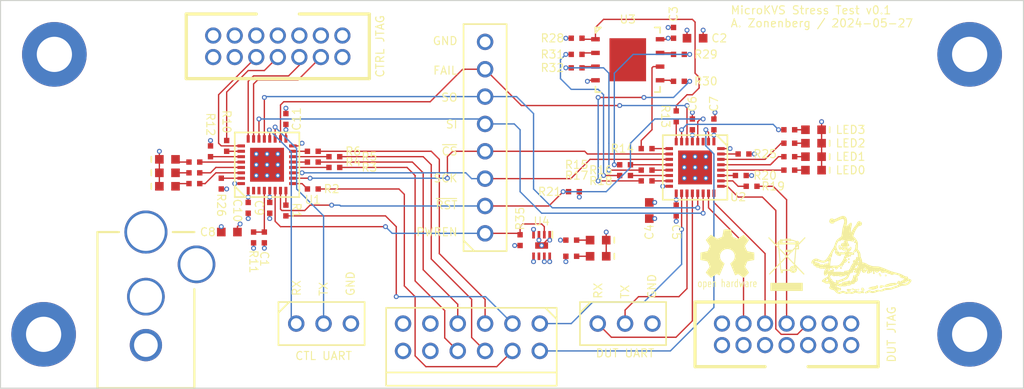
<source format=kicad_pcb>
(kicad_pcb (version 20240108) (generator "pcbnew") (generator_version "8.0")
  (layers (0 "F.Cu" signal) (1 "In1.Cu" signal) (2 "In2.Cu" signal) (31 "B.Cu" signal) (34 "B.Paste" user) (35 "F.Paste" user) (36 "B.SilkS" user "B.Silkscreen") (37 "F.SilkS" user "F.Silkscreen") (38 "B.Mask" user) (39 "F.Mask" user) (44 "Edge.Cuts" user))
  (net 0 "")
  (net 1 "/GND")
  (net 2 "/CTRL_RST_N")
  (net 3 "/3V3_DUT")
  (net 4 "/3V3")
  (net 5 "Net-(D1-A)")
  (net 6 "Net-(D2-A)")
  (net 7 "Net-(D3-A)")
  (net 8 "Net-(D4-A)")
  (net 9 "Net-(D5-A)")
  (net 10 "Net-(D6-A)")
  (net 11 "Net-(D7-A)")
  (net 12 "Net-(D8-A)")
  (net 13 "Net-(D9-A)")
  (net 15 "/CTRL_QSPI_CS#")
  (net 16 "/CTRL_QSPI_DQ0")
  (net 17 "/CTRL_QSPI_DQ2")
  (net 18 "/CTRL_QSPI_DQ3")
  (net 19 "/CTRL_QSPI_DQ1")
  (net 20 "/CTRL_QSPI_SCK")
  (net 22 "/CTRL_JTAG_TDO")
  (net 23 "/CTRL_JTAG_TCK")
  (net 24 "/CTRL_JTAG_TDI")
  (net 26 "/CTRL_JTAG_TMS")
  (net 29 "/DUT_JTAG_TCK")
  (net 31 "/DUT_JTAG_TDO")
  (net 32 "/DUT_JTAG_TMS")
  (net 34 "/DUT_JTAG_TDI")
  (net 41 "Net-(U1A-PA2)")
  (net 42 "Net-(U1A-PA3)")
  (net 43 "Net-(U1A-PA6)")
  (net 44 "Net-(U1A-PA7)")
  (net 45 "Net-(U1B-PB0)")
  (net 46 "Net-(U1B-PB1)")
  (net 47 "/CTRL_LED0")
  (net 48 "/CTRL_LED1")
  (net 49 "/CTRL_LED2")
  (net 50 "Net-(U1B-PB3)")
  (net 51 "/CTRL_JTAG_TRST")
  (net 52 "Net-(U2A-PA2)")
  (net 53 "/DUT_QSPI_CS#")
  (net 54 "/DUT_QSPI_SCK")
  (net 55 "Net-(U2A-PA3)")
  (net 56 "/DUT_QSPI_DQ3")
  (net 57 "Net-(U2A-PA6)")
  (net 58 "/DUT_QSPI_DQ2")
  (net 59 "Net-(U2A-PA7)")
  (net 60 "/DUT_QSPI_DQ1")
  (net 61 "Net-(U2B-PB0)")
  (net 62 "/DUT_QSPI_DQ0")
  (net 63 "Net-(U2B-PB1)")
  (net 64 "Net-(U2B-PB3)")
  (net 65 "/DUT_JTAG_TRST")
  (net 66 "/DUT_RST_N")
  (net 67 "/DUT_LED0")
  (net 68 "/DUT_LED1")
  (net 69 "/DUT_LED2")
  (net 70 "/DUT_BOOT0")
  (net 71 "/CTRL_BOOT0")
  (net 72 "/DUT_LED3")
  (net 73 "Net-(U3-HOLD#{slash}IO3)")
  (net 74 "Net-(U3-DI{slash}IO0)")
  (net 75 "Net-(U3-DO{slash}IO1)")
  (net 76 "Net-(U3-WP#{slash}IO2)")
  (net 77 "/DUT_PWREN")
  (net 78 "/CTRL_UART_RX")
  (net 79 "/CTRL_UART_TX")
  (net 80 "/CROSS_SPI_CS_N")
  (net 81 "/CROSS_SPI_MISO")
  (net 82 "/CROSS_FAILDET")
  (net 83 "/CROSS_SPI_MOSI")
  (net 84 "/CROSS_SPI_SCK")
  (net 85 "/DUT_UART_RX")
  (net 86 "/DUT_UART_TX")
  (net 91 "/DUT_GPIO1")
  (net 92 "/DUT_GPIO0")
  (footprint "azonenberg_pcb:EIA_0603_CAP_NOSILK" (layer "F.Cu") (at 97.5 38.5)
    (property "Reference" "C2")
    (property "Value" "4.7 uF" (hide yes))
  )
  (footprint "azonenberg_pcb:EIA_0402_RES_NOSILK" (layer "F.Cu") (at 86.5 38.5)
    (property "Reference" "R28")
    (property "Value" "4.7K" (hide yes))
  )
  (footprint "azonenberg_pcb:EIA_0402_RES_NOSILK" (layer "F.Cu") (at 91 51.25)
    (property "Reference" "R17")
    (property "Value" "33" (hide yes))
  )
  (footprint "azonenberg_pcb:EIA_0402_RES_NOSILK" (layer "F.Cu") (at 93 48.75)
    (property "Reference" "R14")
    (property "Value" "33" (hide yes))
  )
  (footprint "azonenberg_pcb:EIA_0402_RES_NOSILK" (layer "F.Cu") (at 52.5 49 -90)
    (property "Reference" "R12")
    (property "Value" "1K" (hide yes))
  )
  (footprint "azonenberg_pcb:MECHANICAL_CLEARANCEHOLE_4_40" (layer "F.Cu") (at 37 66)
    (property "Reference" "M2" (hide yes))
    (property "Value" "SCREWHOLE" (hide yes))
  )
  (footprint "azonenberg_pcb:EIA_0402_RES_NOSILK" (layer "F.Cu") (at 101.75 51.25 180)
    (property "Reference" "R20")
    (property "Value" "1K" (hide yes))
  )
  (footprint "azonenberg_pcb:EIA_0402_RES_NOSILK" (layer "F.Cu") (at 53.5 52 90)
    (property "Reference" "R26")
    (property "Value" "1K" (hide yes))
  )
  (footprint "azonenberg_pcb:EIA_0402_RES_NOSILK" (layer "F.Cu") (at 86.249999 52.75 180)
    (property "Reference" "R21")
    (property "Value" "1K" (hide yes))
  )
  (footprint "azonenberg_pcb:EIA_0402_RES_NOSILK" (layer "F.Cu") (at 86 57.25)
    (property "Reference" "R34" (hide yes))
    (property "Value" "470" (hide yes))
  )
  (footprint "azonenberg_pcb:EIA_0402_RES_NOSILK" (layer "F.Cu") (at 106.25 50.75)
    (property "Reference" "R22" (hide yes))
    (property "Value" "470" (hide yes))
  )
  (footprint "azonenberg_pcb:XILINX_JTAG_PTH_MOLEX_0878311420" (layer "F.Cu") (at 58.75 39.25 180)
    (property "Reference" "J3" (hide yes))
    (property "Value" "XILINX_JTAG" (hide yes))
  )
  (footprint "azonenberg_pcb:EIA_0402_CAP_NOSILK" (layer "F.Cu") (at 58 54.25 -90)
    (property "Reference" "C9")
    (property "Value" "0.47 uF" (hide yes))
  )
  (footprint "azonenberg_pcb:EIA_0402_CAP_NOSILK" (layer "F.Cu") (at 59.5 46 90)
    (property "Reference" "C11")
    (property "Value" "0.47 uF" (hide yes))
  )
  (footprint "azonenberg_pcb:CONN_HEADER_2.54MM_1x8" (layer "F.Cu") (at 78 47.730001 90)
    (property "Reference" "TP2" (hide yes))
    (property "Value" "CONN_01X08" (hide yes))
  )
  (footprint "azonenberg_pcb:EIA_0402_RES_NOSILK" (layer "F.Cu") (at 51 52 180)
    (property "Reference" "R9" (hide yes))
    (property "Value" "470" (hide yes))
  )
  (footprint "azonenberg_pcb:EIA_0603_CAP_NOSILK" (layer "F.Cu") (at 93.25 54.5 90)
    (property "Reference" "C4")
    (property "Value" "4.7 uF" (hide yes))
  )
  (footprint "azonenberg_pcb:QFN_32_0.5MM_5x5MM" (layer "F.Cu") (at 57.75 50.25 90)
    (property "Reference" "U1")
    (property "Value" "STM32L431-QFN32" (hide yes))
  )
  (footprint "azonenberg_pcb:EIA_0402_RES_NOSILK" (layer "F.Cu") (at 86.5 40)
    (property "Reference" "R31")
    (property "Value" "33" (hide yes))
  )
  (footprint "azonenberg_pcb:MECHANICAL_CLEARANCEHOLE_4_40" (layer "F.Cu") (at 123 40)
    (property "Reference" "M3" (hide yes))
    (property "Value" "SCREWHOLE" (hide yes))
  )
  (footprint "azonenberg_pcb:EIA_0402_RES_NOSILK" (layer "F.Cu") (at 106.25 49.5)
    (property "Reference" "R23" (hide yes))
    (property "Value" "470" (hide yes))
  )
  (footprint "azonenberg_pcb:EIA_0603_LED" (layer "F.Cu") (at 88.5 57.25 180)
    (property "Reference" "D9" (hide yes))
    (property "Value" "GREEN" (hide yes))
  )
  (footprint "azonenberg_pcb:MECHANICAL_CLEARANCEHOLE_4_40" (layer "F.Cu") (at 123 66)
    (property "Reference" "M4" (hide yes))
    (property "Value" "SCREWHOLE" (hide yes))
  )
  (footprint "azonenberg_pcb:EIA_0603_LED" (layer "F.Cu") (at 48.5 52.25)
    (property "Reference" "D3" (hide yes))
    (property "Value" "GREEN" (hide yes))
  )
  (footprint "azonenberg_pcb:DFN_8_0.5MM_2x2MM" (layer "F.Cu") (at 83.25 57.75 -90)
    (property "Reference" "U4")
    (property "Value" "NCP45521IMNTWG-H" (hide yes))
  )
  (footprint "azonenberg_pcb:EIA_0402_CAP_NOSILK" (layer "F.Cu") (at 95.75 54.5 -90)
    (property "Reference" "C5")
    (property "Value" "0.47 uF" (hide yes))
  )
  (footprint "azonenberg_pcb:EIA_0402_RES_NOSILK" (layer "F.Cu") (at 106.25 48.25)
    (property "Reference" "R24" (hide yes))
    (property "Value" "470" (hide yes))
  )
  (footprint "azonenberg_pcb:CONN_HEADER_2.54MM_2x6_RA_PMOD_HOST" (layer "F.Cu") (at 76.73 66.27)
    (property "Reference" "J2" (hide yes))
    (property "Value" "PMOD_HOST" (hide yes))
  )
  (footprint "azonenberg_pcb:EIA_0402_RES_NOSILK" (layer "F.Cu") (at 95.75 45.75 -90)
    (property "Reference" "R13")
    (property "Value" "33" (hide yes))
  )
  (footprint "azonenberg_pcb:EIA_0603_LED" (layer "F.Cu") (at 108.5 47 180)
    (property "Reference" "D7" (hide yes))
    (property "Value" "GREEN" (hide yes))
  )
  (footprint "azonenberg_pcb:EIA_0603_LED" (layer "F.Cu") (at 108.5 50.75 180)
    (property "Reference" "D4" (hide yes))
    (property "Value" "GREEN" (hide yes))
  )
  (footprint "azonenberg_pcb:EIA_0402_CAP_NOSILK" (layer "F.Cu") (at 57.5 57.000001 -90)
    (property "Reference" "C1")
    (property "Value" "0.1 uF" (hide yes))
  )
  (footprint "azonenberg_pcb:EIA_0402_RES_NOSILK" (layer "F.Cu") (at 81.25 57.25 90)
    (property "Reference" "R35")
    (property "Value" "1K" (hide yes))
  )
  (footprint "azonenberg_pcb:EIA_0402_RES_NOSILK" (layer "F.Cu") (at 93 50.75)
    (property "Reference" "R16")
    (property "Value" "33" (hide yes))
  )
  (footprint "azonenberg_pcb:EIA_0402_CAP_NOSILK" (layer "F.Cu") (at 99.25 46.5 90)
    (property "Reference" "C7")
    (property "Value" "0.47 uF" (hide yes))
  )
  (footprint "azonenberg_pcb:QFN_32_0.5MM_5x5MM" (layer "F.Cu") (at 97.5 50.5 -90)
    (property "Reference" "U2")
    (property "Value" "STM32L431-QFN32" (hide yes))
  )
  (footprint "azonenberg_pcb:EIA_0402_CAP_NOSILK" (layer "F.Cu") (at 56 54.25 -90)
    (property "Reference" "C10")
    (property "Value" "0.47 uF" (hide yes))
  )
  (footprint "azonenberg_pcb:XILINX_JTAG_PTH_MOLEX_0878311420" (layer "F.Cu") (at 106 66)
    (property "Reference" "J4" (hide yes))
    (property "Value" "XILINX_JTAG" (hide yes))
  )
  (footprint "azonenberg_pcb:CONN_CUI_PJ-058BH_HIPWR_BARREL_NOSLOT" (layer "F.Cu") (at 46.5 62.999999 90)
    (property "Reference" "J1" (hide yes))
    (property "Value" "BARREL_JACK" (hide yes))
  )
  (footprint "azonenberg_pcb:EIA_0603_LED" (layer "F.Cu") (at 48.5 49.75)
    (property "Reference" "D1" (hide yes))
    (property "Value" "GREEN" (hide yes))
  )
  (footprint "azonenberg_pcb:EIA_0402_CAP_NOSILK" (layer "F.Cu") (at 97.25 46.5 90)
    (property "Reference" "C6")
    (property "Value" "0.47 uF" (hide yes))
  )
  (footprint "azonenberg_pcb:EIA_0402_CAP_NOSILK" (layer "F.Cu") (at 95.5 38 90)
    (property "Reference" "C3")
    (property "Value" "0.47 uF" (hide yes))
  )
  (footprint "azonenberg_pcb:EIA_0402_RES_NOSILK" (layer "F.Cu") (at 106.25 47)
    (property "Reference" "R27" (hide yes))
    (property "Value" "470" (hide yes))
  )
  (footprint "azonenberg_pcb:EIA_0603_LED" (layer "F.Cu") (at 108.5 49.5 180)
    (property "Reference" "D5" (hide yes))
    (property "Value" "GREEN" (hide yes))
  )
  (footprint "azonenberg_pcb:EIA_0603_CAP_NOSILK" (layer "F.Cu") (at 54.25 56.5)
    (property "Reference" "C8")
    (property "Value" "4.7 uF" (hide yes))
  )
  (footprint "azonenberg_pcb:EIA_0402_RES_NOSILK" (layer "F.Cu") (at 102 49.25 180)
    (property "Reference" "R25")
    (property "Value" "1K" (hide yes))
  )
  (footprint "azonenberg_pcb:EIA_0402_RES_NOSILK" (layer "F.Cu") (at 96 40)
    (property "Reference" "R29")
    (property "Value" "33" (hide yes))
  )
  (footprint "azonenberg_pcb:EIA_0402_RES_NOSILK" (layer "F.Cu") (at 62 49 180)
    (property "Reference" "R6")
    (property "Value" "33" (hide yes))
  )
  (footprint "azonenberg_pcb:EIA_0402_RES_NOSILK" (layer "F.Cu") (at 64 50.5 180)
    (property "Reference" "R3")
    (property "Value" "33" (hide yes))
  )
  (footprint "azonenberg_pcb:EIA_0402_RES_NOSILK" (layer "F.Cu") (at 62 52.5 180)
    (property "Reference" "R2")
    (property "Value" "33" (hide yes))
  )
  (footprint "azonenberg_pcb:CONN_HEADER_2.54MM_1x3" (layer "F.Cu") (at 63 65)
    (property "Reference" "TP1" (hide yes))
    (property "Value" "CONN_01X03" (hide yes))
  )
  (footprint "azonenberg_pcb:LONGTHING-1200DPI" (layer "F.Cu") (at 113.5 59)
    (property "Reference" "M6" (hide yes))
    (property "Value" "LONGTHING" (hide yes))
  )
  (footprint "azonenberg_pcb:MECHANICAL_CLEARANCEHOLE_4_40" (layer "F.Cu") (at 38 40)
    (property "Reference" "M1" (hide yes))
    (property "Value" "SCREWHOLE" (hide yes))
  )
  (footprint "azonenberg_pcb:EIA_0402_RES_NOSILK" (layer "F.Cu") (at 59.5 54.5 90)
    (property "Reference" "R1")
    (property "Value" "33" (hide yes))
  )
  (footprint "azonenberg_pcb:EIA_0402_RES_NOSILK" (layer "F.Cu") (at 86 58.75)
    (property "Reference" "R33" (hide yes))
    (property "Value" "470" (hide yes))
  )
  (footprint "azonenberg_pcb:DFN_8_1.27MM_6x5MM" (layer "F.Cu") (at 91.25 40.5 -90)
    (property "Reference" "U3")
    (property "Value" "W25Q128JV" (hide yes))
  )
  (footprint "azonenberg_pcb:EIA_0402_RES_NOSILK" (layer "F.Cu") (at 86.5 41.25)
    (property "Reference" "R32")
    (property "Value" "33" (hide yes))
  )
  (footprint "azonenberg_pcb:EIA_0402_RES_NOSILK" (layer "F.Cu") (at 56.5 57.000001 90)
    (property "Reference" "R11")
    (property "Value" "DNP" (hide yes))
  )
  (footprint "azonenberg_pcb:EIA_0402_RES_NOSILK" (layer "F.Cu") (at 62.000001 50 180)
    (property "Reference" "R4")
    (property "Value" "33" (hide yes))
  )
  (footprint "azonenberg_pcb:EIA_0402_RES_NOSILK" (layer "F.Cu") (at 50.999999 51 180)
    (property "Reference" "R8" (hide yes))
    (property "Value" "470" (hide yes))
  )
  (footprint "azonenberg_pcb:EIA_0603_LED" (layer "F.Cu") (at 108.5 48.25 180)
    (property "Reference" "D6" (hide yes))
    (property "Value" "GREEN" (hide yes))
  )
  (footprint "azonenberg_pcb:EIA_0402_RES_NOSILK" (layer "F.Cu") (at 64.000001 49.5 180)
    (property "Reference" "R5")
    (property "Value" "33" (hide yes))
  )
  (footprint "azonenberg_pcb:EIA_0603_LED" (layer "F.Cu") (at 48.5 51)
    (property "Reference" "D2" (hide yes))
    (property "Value" "GREEN" (hide yes))
  )
  (footprint "azonenberg_pcb:EIA_0402_RES_NOSILK" (layer "F.Cu") (at 93 51.75)
    (property "Reference" "R18")
    (property "Value" "33" (hide yes))
  )
  (footprint "w_logo:Logo_silk_OSHW_6x6mm" (layer "F.Cu") (at 100.5 58.5)
    (property "Reference" "M5" (hide yes))
    (property "Value" "LOGO_OSHW" (hide yes))
  )
  (footprint "azonenberg_pcb:EIA_0402_RES_NOSILK" (layer "F.Cu") (at 51 50 180)
    (property "Reference" "R7" (hide yes))
    (property "Value" "470" (hide yes))
  )
  (footprint "w_logo:Logo_silk_WEEE_3.4x5mm" (layer "F.Cu") (at 106 59.5)
    (property "Reference" "M7" (hide yes))
    (property "Value" "LOGO_WEEE" (hide yes))
  )
  (footprint "azonenberg_pcb:EIA_0603_LED" (layer "F.Cu") (at 88.5 58.75 180)
    (property "Reference" "D8" (hide yes))
    (property "Value" "GREEN" (hide yes))
  )
  (footprint "azonenberg_pcb:EIA_0402_RES_NOSILK" (layer "F.Cu") (at 102.749999 52.25 180)
    (property "Reference" "R19")
    (property "Value" "33" (hide yes))
  )
  (footprint "azonenberg_pcb:CONN_HEADER_2.54MM_1x3" (layer "F.Cu") (at 91 65)
    (property "Reference" "TP3" (hide yes))
    (property "Value" "CONN_01X03" (hide yes))
  )
  (footprint "azonenberg_pcb:EIA_0402_RES_NOSILK" (layer "F.Cu") (at 54 48.499999 -90)
    (property "Reference" "R10")
    (property "Value" "33" (hide yes))
  )
  (footprint "azonenberg_pcb:EIA_0402_RES_NOSILK" (layer "F.Cu") (at 96 42.5)
    (property "Reference" "R30")
    (property "Value" "33" (hide yes))
  )
  (footprint "azonenberg_pcb:EIA_0402_RES_NOSILK" (layer "F.Cu") (at 91 50.25)
    (property "Reference" "R15")
    (property "Value" "33" (hide yes))
  )
  (gr_line (start 33 35) (end 33 71) (stroke (width 0.1)) (layer "Edge.Cuts"))
  (gr_line (start 33 71) (end 128 71) (stroke (width 0.1)) (layer "Edge.Cuts"))
  (gr_line (start 128 35) (end 33 35) (stroke (width 0.1)) (layer "Edge.Cuts"))
  (gr_line (start 128 71) (end 128 35) (stroke (width 0.1)) (layer "Edge.Cuts"))
  (gr_text "PWREN" (at 75.5 56.5 0) (layer "F.SilkS") (effects (font (size 0.75 0.75) (thickness 0.1)) (justify right)))
  (gr_text "~{RST}" (at 75.5 54 0) (layer "F.SilkS") (effects (font (size 0.75 0.75) (thickness 0.1)) (justify right)))
  (gr_text "CTRL JTAG" (at 68.25 39.25 90) (layer "F.SilkS") (effects (font (size 0.75 0.75) (thickness 0.1))))
  (gr_text "LED2" (at 110.5 48.25 0) (layer "F.SilkS") (effects (font (size 0.75 0.75) (thickness 0.1)) (justify left)))
  (gr_text "TX" (at 63 62.5 90) (layer "F.SilkS") (effects (font (size 0.75 0.75) (thickness 0.1)) (justify left)))
  (gr_text "TX" (at 91 62.75 90) (layer "F.SilkS") (effects (font (size 0.75 0.75) (thickness 0.1)) (justify left)))
  (gr_text "FAIL" (at 75.5 41.5 0) (layer "F.SilkS") (effects (font (size 0.75 0.75) (thickness 0.1)) (justify right)))
  (gr_text "CTL UART" (at 63 68 0) (layer "F.SilkS") (effects (font (size 0.75 0.75) (thickness 0.1))))
  (gr_text "RX" (at 88.5 62.75 90) (layer "F.SilkS") (effects (font (size 0.75 0.75) (thickness 0.1)) (justify left)))
  (gr_text "SO" (at 75.5 44 0) (layer "F.SilkS") (effects (font (size 0.75 0.75) (thickness 0.1)) (justify right)))
  (gr_text "SCK" (at 75.5 51.5 0) (layer "F.SilkS") (effects (font (size 0.75 0.75) (thickness 0.1)) (justify right)))
  (gr_text "LED0" (at 110.5 50.75 0) (layer "F.SilkS") (effects (font (size 0.75 0.75) (thickness 0.1)) (justify left)))
  (gr_text "MicroKVS Stress Test v0.1\nA. Zonenberg / 2024-05-27" (at 100.75 36.5 0) (layer "F.SilkS") (effects (font (size 0.75 0.75) (thickness 0.1)) (justify left)))
  (gr_text "DUT JTAG" (at 115.75 66 90) (layer "F.SilkS") (effects (font (size 0.75 0.75) (thickness 0.1))))
  (gr_text "SI" (at 75.5 46.5 0) (layer "F.SilkS") (effects (font (size 0.75 0.75) (thickness 0.1)) (justify right)))
  (gr_text "GND" (at 93.5 62.75 90) (layer "F.SilkS") (effects (font (size 0.75 0.75) (thickness 0.1)) (justify left)))
  (gr_text "~{CS}" (at 75.5 49 0) (layer "F.SilkS") (effects (font (size 0.75 0.75) (thickness 0.1)) (justify right)))
  (gr_text "LED1" (at 110.5 49.5 0) (layer "F.SilkS") (effects (font (size 0.75 0.75) (thickness 0.1)) (justify left)))
  (gr_text "GND" (at 65.5 62.5 90) (layer "F.SilkS") (effects (font (size 0.75 0.75) (thickness 0.1)) (justify left)))
  (gr_text "DUT UART" (at 91 67.75 0) (layer "F.SilkS") (effects (font (size 0.75 0.75) (thickness 0.1))))
  (gr_text "GND" (at 75.5 38.75 0) (layer "F.SilkS") (effects (font (size 0.75 0.75) (thickness 0.1)) (justify right)))
  (gr_text "RX" (at 60.5 62.5 90) (layer "F.SilkS") (effects (font (size 0.75 0.75) (thickness 0.1)) (justify left)))
  (gr_text "LED3" (at 110.5 47 0) (layer "F.SilkS") (effects (font (size 0.75 0.75) (thickness 0.1)) (justify left)))
  (segment (start 89.25 57.25) (end 89.25 58.75) (width 0.125) (layer "F.Cu") (net 1))
  (segment (start 95.2 52.25) (end 94.5 52.25) (width 0.125) (layer "F.Cu") (net 1))
  (segment (start 55.35 52) (end 54.75 52) (width 0.125) (layer "F.Cu") (net 1))
  (segment (start 53.5 52.499999) (end 53.999999 52.499999) (width 0.125) (layer "F.Cu") (net 1))
  (segment (start 57.5 57.5) (end 57.5 58.000001) (width 0.125) (layer "F.Cu") (net 1))
  (segment (start 95.75 55.5) (end 95.75 54.999999) (width 0.125) (layer "F.Cu") (net 1))
  (segment (start 56 54.749999) (end 56 55.25) (width 0.125) (layer "F.Cu") (net 1))
  (segment (start 60.15 48.5) (end 60.75 48.5) (width 0.125) (layer "F.Cu") (net 1))
  (segment (start 98.25 38.5) (end 98.25 37.75) (width 0.125) (layer "F.Cu") (net 1))
  (segment (start 82.5 56.75) (end 82.5 56.25) (width 0.125) (layer "F.Cu") (net 1))
  (segment (start 97.25 45.900001) (end 97.25 45.4) (width 0.125) (layer "F.Cu") (net 1))
  (segment (start 95.15 52.2) (end 95.175 52.175) (width 0.125) (layer "F.Cu") (net 1))
  (segment (start 109.25 47) (end 109.25 46.25) (width 0.125) (layer "F.Cu") (net 1))
  (segment (start 47.75 52.25) (end 47.75 49.75) (width 0.125) (layer "F.Cu") (net 1))
  (segment (start 95.000001 37.500001) (end 95 37.5) (width 0.125) (layer "F.Cu") (net 1))
  (segment (start 102.499999 49.25) (end 103 49.25) (width 0.125) (layer "F.Cu") (net 1))
  (segment (start 53.999999 52.499999) (end 54 52.5) (width 0.125) (layer "F.Cu") (net 1))
  (segment (start 93.25 53.75) (end 93.75 53.75) (width 0.125) (layer "F.Cu") (net 1))
  (segment (start 95.5 37.500001) (end 95.000001 37.500001) (width 0.125) (layer "F.Cu") (net 1))
  (segment (start 55 56) (end 55.25 55.75) (width 0.125) (layer "F.Cu") (net 1))
  (segment (start 89.25 57.25) (end 89.25 56.5) (width 0.125) (layer "F.Cu") (net 1))
  (segment (start 55 56.5) (end 55 56) (width 0.125) (layer "F.Cu") (net 1))
  (segment (start 87.595 42.405) (end 87.5 42.5) (width 0.125) (layer "F.Cu") (net 1))
  (segment (start 47.75 49.75) (end 47.75 49) (width 0.125) (layer "F.Cu") (net 1))
  (segment (start 58 54.749999) (end 58 55.25) (width 0.125) (layer "F.Cu") (net 1))
  (segment (start 88.25 42.405) (end 87.595 42.405) (width 0.125) (layer "F.Cu") (net 1))
  (segment (start 109.25 47) (end 109.25 50.75) (width 0.125) (layer "F.Cu") (net 1))
  (segment (start 59.5 45.500001) (end 59.5 45) (width 0.125) (layer "F.Cu") (net 1))
  (segment (start 100 48.75) (end 100.75 48.75) (width 0.125) (layer "F.Cu") (net 1))
  (segment (start 60.75 48.5) (end 61 48.25) (width 0.125) (layer "F.Cu") (net 1))
  (segment (start 99.35 45.900001) (end 99.35 45.4) (width 0.125) (layer "F.Cu") (net 1))
  (via (at 98.25 37.75) (size 0.45) (drill 0.25) (layers "F.Cu" "B.Cu") (net 1))
  (via (at 103 49.25) (size 0.45) (drill 0.25) (layers "F.Cu" "B.Cu") (net 1))
  (via (at 96.5 51.5) (size 0.45) (drill 0.25) (layers "F.Cu" "B.Cu") (net 1))
  (via (at 58.75 51.25) (size 0.45) (drill 0.25) (layers "F.Cu" "B.Cu") (net 1))
  (via (at 97.5 49.5) (size 0.45) (drill 0.25) (layers "F.Cu" "B.Cu") (net 1))
  (via (at 55.25 55.75) (size 0.45) (drill 0.25) (layers "F.Cu" "B.Cu") (net 1))
  (via (at 56.75 50.25) (size 0.45) (drill 0.25) (layers "F.Cu" "B.Cu") (net 1))
  (via (at 57.75 51.25) (size 0.45) (drill 0.25) (layers "F.Cu" "B.Cu") (net 1))
  (via (at 58.75 49.25) (size 0.45) (drill 0.25) (layers "F.Cu" "B.Cu") (net 1))
  (via (at 98.5 51.5) (size 0.45) (drill 0.25) (layers "F.Cu" "B.Cu") (net 1))
  (via (at 58 55.25) (size 0.45) (drill 0.25) (layers "F.Cu" "B.Cu") (net 1))
  (via (at 56.75 49.25) (size 0.45) (drill 0.25) (layers "F.Cu" "B.Cu") (net 1))
  (via (at 87.5 42.5) (size 0.45) (drill 0.25) (layers "F.Cu" "B.Cu") (net 1))
  (via (at 99.35 45.4) (size 0.45) (drill 0.25) (layers "F.Cu" "B.Cu") (net 1))
  (via (at 61 48.25) (size 0.45) (drill 0.25) (layers "F.Cu" "B.Cu") (net 1))
  (via (at 95.75 55.5) (size 0.45) (drill 0.25) (layers "F.Cu" "B.Cu") (net 1))
  (via (at 54 52.5) (size 0.45) (drill 0.25) (layers "F.Cu" "B.Cu") (net 1))
  (via (at 56 55.25) (size 0.45) (drill 0.25) (layers "F.Cu" "B.Cu") (net 1))
  (via (at 96.5 50.5) (size 0.45) (drill 0.25) (layers "F.Cu" "B.Cu") (net 1))
  (via (at 97.25 45.4) (size 0.45) (drill 0.25) (layers "F.Cu" "B.Cu") (net 1))
  (via (at 94.5 52.25) (size 0.45) (drill 0.25) (layers "F.Cu" "B.Cu") (net 1))
  (via (at 98.5 49.5) (size 0.45) (drill 0.25) (layers "F.Cu" "B.Cu") (net 1))
  (via (at 54.75 52) (size 0.45) (drill 0.25) (layers "F.Cu" "B.Cu") (net 1))
  (via (at 56.75 51.25) (size 0.45) (drill 0.25) (layers "F.Cu" "B.Cu") (net 1))
  (via (at 93.75 53.75) (size 0.45) (drill 0.25) (layers "F.Cu" "B.Cu") (net 1))
  (via (at 98.5 50.5) (size 0.45) (drill 0.25) (layers "F.Cu" "B.Cu") (net 1))
  (via (at 100.75 48.75) (size 0.45) (drill 0.25) (layers "F.Cu" "B.Cu") (net 1))
  (via (at 95 37.5) (size 0.45) (drill 0.25) (layers "F.Cu" "B.Cu") (net 1))
  (via (at 97.5 51.5) (size 0.45) (drill 0.25) (layers "F.Cu" "B.Cu") (net 1))
  (via (at 57.75 49.25) (size 0.45) (drill 0.25) (layers "F.Cu" "B.Cu") (net 1))
  (via (at 47.75 49) (size 0.45) (drill 0.25) (layers "F.Cu" "B.Cu") (net 1))
  (via (at 109.25 46.25) (size 0.45) (drill 0.25) (layers "F.Cu" "B.Cu") (net 1))
  (via (at 96.5 49.5) (size 0.45) (drill 0.25) (layers "F.Cu" "B.Cu") (net 1))
  (via (at 89.25 56.5) (size 0.45) (drill 0.25) (layers "F.Cu" "B.Cu") (net 1))
  (via (at 57.75 50.25) (size 0.45) (drill 0.25) (layers "F.Cu" "B.Cu") (net 1))
  (via (at 58.75 50.25) (size 0.45) (drill 0.25) (layers "F.Cu" "B.Cu") (net 1))
  (via (at 59.5 45) (size 0.45) (drill 0.25) (layers "F.Cu" "B.Cu") (net 1))
  (via (at 82.5 56.25) (size 0.45) (drill 0.25) (layers "F.Cu" "B.Cu") (net 1))
  (via (at 97.5 50.5) (size 0.45) (drill 0.25) (layers "F.Cu" "B.Cu") (net 1))
  (via (at 57.5 58.000001) (size 0.45) (drill 0.25) (layers "F.Cu" "B.Cu") (net 1))
  (segment (start 56.5 56.500002) (end 57.5 56.500002) (width 0.125) (layer "F.Cu") (net 2))
  (segment (start 57.5 52.65) (end 57.5 56.500002) (width 0.125) (layer "F.Cu") (net 2))
  (segment (start 85.5 58.75) (end 85.5 59.25) (width 0.125) (layer "F.Cu") (net 3))
  (segment (start 99.25 47.4) (end 99.25 47.5) (width 0.125) (layer "F.Cu") (net 3))
  (segment (start 97.25 47.4) (end 97.25 46.899999) (width 0.125) (layer "F.Cu") (net 3))
  (segment (start 102.249999 51.25) (end 102.75 51.25) (width 0.125) (layer "F.Cu") (net 3))
  (segment (start 83.5 58.75) (end 83.5 59.25) (width 0.125) (layer "F.Cu") (net 3))
  (segment (start 84 58.75) (end 84 59.25) (width 0.125) (layer "F.Cu") (net 3))
  (segment (start 86 38.5) (end 85.5 38.5) (width 0.125) (layer "F.Cu") (net 3))
  (segment (start 95.75 54.000001) (end 95.75 53.5) (width 0.125) (layer "F.Cu") (net 3))
  (segment (start 95.5 38.499999) (end 95.000001 38.499999) (width 0.125) (layer "F.Cu") (net 3))
  (segment (start 93.25 55.25) (end 93.75 55.25) (width 0.125) (layer "F.Cu") (net 3))
  (segment (start 86.749998 52.75) (end 86.749998 53.249998) (width 0.125) (layer "F.Cu") (net 3))
  (segment (start 96.75 38.5) (end 96.75 37.75) (width 0.125) (layer "F.Cu") (net 3))
  (segment (start 99.25 47.5) (end 99.25 48.1) (width 0.125) (layer "F.Cu") (net 3))
  (segment (start 99.25 46.999999) (end 99.25 47.4) (width 0.125) (layer "F.Cu") (net 3))
  (segment (start 82.5 58.75) (end 82.5 59.25) (width 0.125) (layer "F.Cu") (net 3))
  (segment (start 86.749998 53.249998) (end 86.75 53.25) (width 0.125) (layer "F.Cu") (net 3))
  (segment (start 94.25 38.595) (end 94.905 38.595) (width 0.125) (layer "F.Cu") (net 3))
  (segment (start 97.25 47.4) (end 97.25 48) (width 0.125) (layer "F.Cu") (net 3))
  (segment (start 94.905 38.595) (end 95 38.5) (width 0.125) (layer "F.Cu") (net 3))
  (segment (start 95.000001 38.499999) (end 95 38.5) (width 0.125) (layer "F.Cu") (net 3))
  (segment (start 97.25 48) (end 97.275 48.025) (width 0.125) (layer "F.Cu") (net 3))
  (segment (start 95.75 52.9) (end 95.75 53.5) (width 0.125) (layer "F.Cu") (net 3))
  (via (at 97.25 47.5) (size 0.45) (drill 0.25) (layers "F.Cu" "B.Cu") (net 3))
  (via (at 96.75 37.75) (size 0.45) (drill 0.25) (layers "F.Cu" "B.Cu") (net 3))
  (via (at 102.75 51.25) (size 0.45) (drill 0.25) (layers "F.Cu" "B.Cu") (net 3))
  (via (at 95 38.5) (size 0.45) (drill 0.25) (layers "F.Cu" "B.Cu") (net 3))
  (via (at 95.75 53.5) (size 0.45) (drill 0.25) (layers "F.Cu" "B.Cu") (net 3))
  (via (at 84 59.25) (size 0.45) (drill 0.25) (layers "F.Cu" "B.Cu") (net 3))
  (via (at 99.25 47.5) (size 0.45) (drill 0.25) (layers "F.Cu" "B.Cu") (net 3))
  (via (at 86.75 53.25) (size 0.45) (drill 0.25) (layers "F.Cu" "B.Cu") (net 3))
  (via (at 85.5 59.25) (size 0.45) (drill 0.25) (layers "F.Cu" "B.Cu") (net 3))
  (via (at 93.75 55.25) (size 0.45) (drill 0.25) (layers "F.Cu" "B.Cu") (net 3))
  (via (at 82.5 59.25) (size 0.45) (drill 0.25) (layers "F.Cu" "B.Cu") (net 3))
  (via (at 85.5 38.5) (size 0.45) (drill 0.25) (layers "F.Cu" "B.Cu") (net 3))
  (via (at 83.5 59.25) (size 0.45) (drill 0.25) (layers "F.Cu" "B.Cu") (net 3))
  (segment (start 81.25 57.749999) (end 80.750001 57.749999) (width 0.125) (layer "F.Cu") (net 4))
  (segment (start 59.5 47.85) (end 59.5 47) (width 0.125) (layer "F.Cu") (net 4))
  (segment (start 85.5 57.25) (end 85 57.25) (width 0.125) (layer "F.Cu") (net 4))
  (segment (start 80.750001 57.749999) (end 80.75 57.75) (width 0.125) (layer "F.Cu") (net 4))
  (segment (start 84 56.75) (end 84 57.25) (width 0.125) (layer "F.Cu") (net 4))
  (segment (start 83 56.75) (end 83 57.25) (width 0.125) (layer "F.Cu") (net 4))
  (segment (start 83.75 57.25) (end 83.25 57.75) (width 0.125) (layer "F.Cu") (net 4))
  (segment (start 53.5 56.5) (end 53.5 56) (width 0.125) (layer "F.Cu") (net 4))
  (segment (start 58 53.750001) (end 58 53.25) (width 0.125) (layer "F.Cu") (net 4))
  (segment (start 58 52.65) (end 58 53.25) (width 0.125) (layer "F.Cu") (net 4))
  (segment (start 52.5 48.500001) (end 52.5 48) (width 0.125) (layer "F.Cu") (net 4))
  (segment (start 56.5 57.5) (end 56.5 58.000001) (width 0.125) (layer "F.Cu") (net 4))
  (segment (start 56 53.25) (end 56 53.750001) (width 0.125) (layer "F.Cu") (net 4))
  (segment (start 59.5 46.499999) (end 59.5 47) (width 0.125) (layer "F.Cu") (net 4))
  (segment (start 84 57.25) (end 83.75 57.25) (width 0.125) (layer "F.Cu") (net 4))
  (segment (start 56 53.25) (end 56 52.65) (width 0.125) (layer "F.Cu") (net 4))
  (via (at 80.75 57.75) (size 0.45) (drill 0.25) (layers "F.Cu" "B.Cu") (net 4))
  (via (at 83 57.25) (size 0.45) (drill 0.25) (layers "F.Cu" "B.Cu") (net 4))
  (via (at 58 53.25) (size 0.45) (drill 0.25) (layers "F.Cu" "B.Cu") (net 4))
  (via (at 52.5 48) (size 0.45) (drill 0.25) (layers "F.Cu" "B.Cu") (net 4))
  (via (at 53.5 56) (size 0.45) (drill 0.25) (layers "F.Cu" "B.Cu") (net 4))
  (via (at 56 53.25) (size 0.45) (drill 0.25) (layers "F.Cu" "B.Cu") (net 4))
  (via (at 83.25 57.75) (size 0.45) (drill 0.25) (layers "F.Cu" "B.Cu") (net 4))
  (via (at 59.5 47) (size 0.45) (drill 0.25) (layers "F.Cu" "B.Cu") (net 4))
  (via (at 84 57.25) (size 0.45) (drill 0.25) (layers "F.Cu" "B.Cu") (net 4))
  (via (at 85 57.25) (size 0.45) (drill 0.25) (layers "F.Cu" "B.Cu") (net 4))
  (via (at 56.5 58.000001) (size 0.45) (drill 0.25) (layers "F.Cu" "B.Cu") (net 4))
  (segment (start 49.5 50) (end 49.25 49.75) (width 0.125) (layer "F.Cu") (net 5))
  (segment (start 50.500001 50) (end 49.5 50) (width 0.125) (layer "F.Cu") (net 5))
  (segment (start 50.5 51) (end 49.25 51) (width 0.125) (layer "F.Cu") (net 6))
  (segment (start 49.5 52) (end 49.25 52.25) (width 0.125) (layer "F.Cu") (net 7))
  (segment (start 50.500001 52) (end 49.5 52) (width 0.125) (layer "F.Cu") (net 7))
  (segment (start 107.75 50.75) (end 106.75 50.75) (width 0.125) (layer "F.Cu") (net 8))
  (segment (start 106.75 49.5) (end 107.75 49.5) (width 0.125) (layer "F.Cu") (net 9))
  (segment (start 107.75 48.25) (end 106.75 48.25) (width 0.125) (layer "F.Cu") (net 10))
  (segment (start 106.75 47) (end 107.75 47) (width 0.125) (layer "F.Cu") (net 11))
  (segment (start 86.5 58.75) (end 87.75 58.75) (width 0.125) (layer "F.Cu") (net 12))
  (segment (start 87.75 57.25) (end 86.5 57.25) (width 0.125) (layer "F.Cu") (net 13))
  (segment (start 68.749999 54.999999) (end 69.75 56) (width 0.125) (layer "F.Cu") (net 15))
  (segment (start 59.5 54.999999) (end 68.749999 54.999999) (width 0.125) (layer "F.Cu") (net 15))
  (segment (start 69.75 56) (end 69.75 62.5) (width 0.125) (layer "F.Cu") (net 15))
  (via (at 69.75 62.5) (size 0.45) (drill 0.25) (layers "F.Cu" "B.Cu") (net 15))
  (segment (start 69.75 62.5) (end 78.04 62.5) (width 0.125) (layer "B.Cu") (net 15))
  (segment (start 78.04 62.5) (end 80.54 65) (width 0.125) (layer "B.Cu") (net 15))
  (segment (start 62.499999 49) (end 73 49) (width 0.125) (layer "F.Cu") (net 16))
  (segment (start 78 62.75) (end 78 65) (width 0.125) (layer "F.Cu") (net 16))
  (segment (start 73.75 58.5) (end 78 62.75) (width 0.125) (layer "F.Cu") (net 16))
  (segment (start 73 49) (end 73.75 49.75) (width 0.125) (layer "F.Cu") (net 16))
  (segment (start 73.75 49.75) (end 73.75 58.5) (width 0.125) (layer "F.Cu") (net 16))
  (segment (start 75.46 65) (end 75.46 63.21) (width 0.125) (layer "F.Cu") (net 17))
  (segment (start 72.25 51) (end 71.25 50) (width 0.125) (layer "F.Cu") (net 17))
  (segment (start 71.25 50) (end 62.5 50) (width 0.125) (layer "F.Cu") (net 17))
  (segment (start 75.46 63.21) (end 72.25 60) (width 0.125) (layer "F.Cu") (net 17))
  (segment (start 72.25 60) (end 72.25 51) (width 0.125) (layer "F.Cu") (net 17))
  (segment (start 71.5 61.04) (end 74.25 63.79) (width 0.125) (layer "F.Cu") (net 18))
  (segment (start 74.25 63.79) (end 74.25 66.33) (width 0.125) (layer "F.Cu") (net 18))
  (segment (start 70.75 50.5) (end 71.5 51.25) (width 0.125) (layer "F.Cu") (net 18))
  (segment (start 74.25 66.33) (end 75.46 67.54) (width 0.125) (layer "F.Cu") (net 18))
  (segment (start 64.499999 50.5) (end 70.75 50.5) (width 0.125) (layer "F.Cu") (net 18))
  (segment (start 71.5 51.25) (end 71.5 61.04) (width 0.125) (layer "F.Cu") (net 18))
  (segment (start 73 59) (end 76.75 62.75) (width 0.125) (layer "F.Cu") (net 19))
  (segment (start 64.5 49.5) (end 72.25 49.5) (width 0.125) (layer "F.Cu") (net 19))
  (segment (start 76.75 66.29) (end 78 67.54) (width 0.125) (layer "F.Cu") (net 19))
  (segment (start 72.25 49.5) (end 73 50.25) (width 0.125) (layer "F.Cu") (net 19))
  (segment (start 73 50.25) (end 73 59) (width 0.125) (layer "F.Cu") (net 19))
  (segment (start 76.75 62.75) (end 76.75 66.29) (width 0.125) (layer "F.Cu") (net 19))
  (segment (start 70.5 53) (end 70.5 61.5) (width 0.125) (layer "F.Cu") (net 20))
  (segment (start 70 52.5) (end 70.5 53) (width 0.125) (layer "F.Cu") (net 20))
  (segment (start 71.5 62.5) (end 71.5 68) (width 0.125) (layer "F.Cu") (net 20))
  (segment (start 79.08 69) (end 80.54 67.54) (width 0.125) (layer "F.Cu") (net 20))
  (segment (start 72.5 69) (end 79.08 69) (width 0.125) (layer "F.Cu") (net 20))
  (segment (start 71.5 68) (end 72.5 69) (width 0.125) (layer "F.Cu") (net 20))
  (segment (start 70.5 61.5) (end 71.5 62.5) (width 0.125) (layer "F.Cu") (net 20))
  (segment (start 62.499999 52.5) (end 70 52.5) (width 0.125) (layer "F.Cu") (net 20))
  (segment (start 54 43.5) (end 56 41.5) (width 0.125) (layer "F.Cu") (net 22))
  (segment (start 57.5 41.5) (end 58.75 40.25) (width 0.125) (layer "F.Cu") (net 22))
  (segment (start 56 41.5) (end 57.5 41.5) (width 0.125) (layer "F.Cu") (net 22))
  (segment (start 54 48) (end 54 43.5) (width 0.125) (layer "F.Cu") (net 22))
  (segment (start 56.5 42) (end 59.75 42) (width 0.125) (layer "F.Cu") (net 23))
  (segment (start 59.75 42) (end 60.75 41) (width 0.125) (layer "F.Cu") (net 23))
  (segment (start 56 42.5) (end 56.5 42) (width 0.125) (layer "F.Cu") (net 23))
  (segment (start 60.75 41) (end 60.75 40.25) (width 0.125) (layer "F.Cu") (net 23))
  (segment (start 56 47.85) (end 56 42.5) (width 0.125) (layer "F.Cu") (net 23))
  (segment (start 53.5 48.5) (end 53.25 48.25) (width 0.125) (layer "F.Cu") (net 24))
  (segment (start 53.25 43.75) (end 56.75 40.25) (width 0.125) (layer "F.Cu") (net 24))
  (segment (start 53.25 48.25) (end 53.25 43.75) (width 0.125) (layer "F.Cu") (net 24))
  (segment (start 55.35 48.5) (end 53.5 48.5) (width 0.125) (layer "F.Cu") (net 24))
  (segment (start 56.5 42.75) (end 56.875 42.375) (width 0.125) (layer "F.Cu") (net 26))
  (segment (start 60.625 42.375) (end 62.75 40.25) (width 0.125) (layer "F.Cu") (net 26))
  (segment (start 56.5 47.85) (end 56.5 42.75) (width 0.125) (layer "F.Cu") (net 26))
  (segment (start 56.875 42.375) (end 60.625 42.375) (width 0.125) (layer "F.Cu") (net 26))
  (segment (start 99.25 52.9) (end 99.25 53.75) (width 0.125) (layer "F.Cu") (net 29))
  (segment (start 104 58.5) (end 104 65) (width 0.125) (layer "F.Cu") (net 29))
  (segment (start 99.25 53.75) (end 104 58.5) (width 0.125) (layer "F.Cu") (net 29))
  (segment (start 106 65) (end 106 53.5) (width 0.125) (layer "F.Cu") (net 31))
  (segment (start 104.75 52.25) (end 103.249998 52.25) (width 0.125) (layer "F.Cu") (net 31))
  (segment (start 106 53.5) (end 104.75 52.25) (width 0.125) (layer "F.Cu") (net 31))
  (segment (start 98.75 54.25) (end 102 57.5) (width 0.125) (layer "F.Cu") (net 32))
  (segment (start 98.75 52.9) (end 98.75 54.25) (width 0.125) (layer "F.Cu") (net 32))
  (segment (start 102 57.5) (end 102 65) (width 0.125) (layer "F.Cu") (net 32))
  (segment (start 105 54.5) (end 105 65.5) (width 0.125) (layer "F.Cu") (net 34))
  (segment (start 101.5 53.25) (end 103.75 53.25) (width 0.125) (layer "F.Cu") (net 34))
  (segment (start 99.9 52.25) (end 100.5 52.25) (width 0.125) (layer "F.Cu") (net 34))
  (segment (start 103.75 53.25) (end 105 54.5) (width 0.125) (layer "F.Cu") (net 34))
  (segment (start 107 66) (end 108 65) (width 0.125) (layer "F.Cu") (net 34))
  (segment (start 105 65.5) (end 105.5 66) (width 0.125) (layer "F.Cu") (net 34))
  (segment (start 100.5 52.25) (end 101.5 53.25) (width 0.125) (layer "F.Cu") (net 34))
  (segment (start 105.5 66) (end 107 66) (width 0.125) (layer "F.Cu") (net 34))
  (segment (start 59.5 52.65) (end 59.5 54.000001) (width 0.125) (layer "F.Cu") (net 41))
  (segment (start 60.15 52) (end 61.000001 52) (width 0.125) (layer "F.Cu") (net 42))
  (segment (start 61.000001 52) (end 61.500001 52.5) (width 0.125) (layer "F.Cu") (net 42))
  (segment (start 63.500001 50.5) (end 60.15 50.5) (width 0.125) (layer "F.Cu") (net 43))
  (segment (start 60.15 50) (end 61.500002 50) (width 0.125) (layer "F.Cu") (net 44))
  (segment (start 60.15 49.5) (end 63.500002 49.5) (width 0.125) (layer "F.Cu") (net 45))
  (segment (start 61.500001 49) (end 60.15 49) (width 0.125) (layer "F.Cu") (net 46))
  (segment (start 55.35 50) (end 51.499999 50) (width 0.125) (layer "F.Cu") (net 47))
  (segment (start 53 50.5) (end 52.5 51) (width 0.125) (layer "F.Cu") (net 48))
  (segment (start 55.35 50.5) (end 53 50.5) (width 0.125) (layer "F.Cu") (net 48))
  (segment (start 52.5 51) (end 51.499998 51) (width 0.125) (layer "F.Cu") (net 48))
  (segment (start 52 52) (end 51.499999 52) (width 0.125) (layer "F.Cu") (net 49))
  (segment (start 53 51) (end 52 52) (width 0.125) (layer "F.Cu") (net 49))
  (segment (start 55.35 51) (end 53 51) (width 0.125) (layer "F.Cu") (net 49))
  (segment (start 54.000002 49) (end 54 48.999998) (width 0.125) (layer "F.Cu") (net 50))
  (segment (start 55.35 49) (end 54.000002 49) (width 0.125) (layer "F.Cu") (net 50))
  (segment (start 55.35 49.5) (end 52.500001 49.5) (width 0.125) (layer "F.Cu") (net 51))
  (segment (start 52.500001 49.5) (end 52.5 49.499999) (width 0.125) (layer "F.Cu") (net 51))
  (segment (start 95.75 48.1) (end 95.75 46.249999) (width 0.125) (layer "F.Cu") (net 52))
  (segment (start 97.25 36.75) (end 97.5 37) (width 0.125) (layer "F.Cu") (net 53))
  (segment (start 88.25 37.5) (end 89 36.75) (width 0.125) (layer "F.Cu") (net 53))
  (segment (start 95.75 44.75) (end 95.75 45.250001) (width 0.125) (layer "F.Cu") (net 53))
  (segment (start 97.875 43.125) (end 97.25 43.75) (width 0.125) (layer "F.Cu") (net 53))
  (segment (start 88.25 38.595) (end 87.095 38.595) (width 0.125) (layer "F.Cu") (net 53))
  (segment (start 97.25 43.75) (end 96.75 43.75) (width 0.125) (layer "F.Cu") (net 53))
  (segment (start 97.5 41.75) (end 97.875 42.125) (width 0.125) (layer "F.Cu") (net 53))
  (segment (start 97.875 42.125) (end 97.875 43.125) (width 0.125) (layer "F.Cu") (net 53))
  (segment (start 97.5 37) (end 97.5 41.75) (width 0.125) (layer "F.Cu") (net 53))
  (segment (start 87.095 38.595) (end 87 38.5) (width 0.125) (layer "F.Cu") (net 53))
  (segment (start 89 36.75) (end 97.25 36.75) (width 0.125) (layer "F.Cu") (net 53))
  (segment (start 96.75 43.75) (end 95.75 44.75) (width 0.125) (layer "F.Cu") (net 53))
  (segment (start 88.25 38.595) (end 88.25 37.5) (width 0.125) (layer "F.Cu") (net 53))
  (segment (start 94.25 41.135) (end 93.615 41.135) (width 0.125) (layer "F.Cu") (net 54))
  (segment (start 93.615 41.135) (end 93.5 41.25) (width 0.125) (layer "F.Cu") (net 54))
  (segment (start 93.5 47) (end 92.5 48) (width 0.125) (layer "F.Cu") (net 54))
  (segment (start 92.5 48) (end 92.5 48.75) (width 0.125) (layer "F.Cu") (net 54))
  (segment (start 93.5 41.25) (end 93.5 47) (width 0.125) (layer "F.Cu") (net 54))
  (segment (start 93.5 48.75) (end 95.1 48.75) (width 0.125) (layer "F.Cu") (net 55))
  (segment (start 96.5 40) (end 97 40) (width 0.125) (layer "F.Cu") (net 56))
  (segment (start 90.5 50.25) (end 90 50.25) (width 0.125) (layer "F.Cu") (net 56))
  (via (at 97 40) (size 0.45) (drill 0.25) (layers "F.Cu" "B.Cu") (net 56))
  (via (at 90 50.25) (size 0.45) (drill 0.25) (layers "F.Cu" "B.Cu") (net 56))
  (segment (start 91.75 40) (end 97 40) (width 0.125) (layer "B.Cu") (net 56))
  (segment (start 90 41.75) (end 91.75 40) (width 0.125) (layer "B.Cu") (net 56))
  (segment (start 90 50.25) (end 90 41.75) (width 0.125) (layer "B.Cu") (net 56))
  (segment (start 95.1 50.25) (end 91.5 50.25) (width 0.125) (layer "F.Cu") (net 57))
  (segment (start 85.5 41.25) (end 86 41.25) (width 0.125) (layer "F.Cu") (net 58))
  (segment (start 92.5 50.75) (end 89.5 50.75) (width 0.125) (layer "F.Cu") (net 58))
  (via (at 89.5 50.75) (size 0.45) (drill 0.25) (layers "F.Cu" "B.Cu") (net 58))
  (via (at 85.5 41.25) (size 0.45) (drill 0.25) (layers "F.Cu" "B.Cu") (net 58))
  (segment (start 89.5 48.25) (end 89.5 41.75) (width 0.125) (layer "B.Cu") (net 58))
  (segment (start 89.5 41.75) (end 89 41.25) (width 0.125) (layer "B.Cu") (net 58))
  (segment (start 89 41.25) (end 85.5 41.25) (width 0.125) (layer "B.Cu") (net 58))
  (segment (start 89.5 50.75) (end 89.5 48.25) (width 0.125) (layer "B.Cu") (net 58))
  (segment (start 95.1 50.75) (end 93.5 50.75) (width 0.125) (layer "F.Cu") (net 59))
  (segment (start 85.5 40) (end 86 40) (width 0.125) (layer "F.Cu") (net 60))
  (segment (start 90.5 51.25) (end 89 51.25) (width 0.125) (layer "F.Cu") (net 60))
  (via (at 85.5 40) (size 0.45) (drill 0.25) (layers "F.Cu" "B.Cu") (net 60))
  (via (at 89 51.25) (size 0.45) (drill 0.25) (layers "F.Cu" "B.Cu") (net 60))
  (segment (start 85 42.25) (end 85 40.5) (width 0.125) (layer "B.Cu") (net 60))
  (segment (start 89 51.25) (end 89 43.75) (width 0.125) (layer "B.Cu") (net 60))
  (segment (start 89 43.75) (end 88.5 43.25) (width 0.125) (layer "B.Cu") (net 60))
  (segment (start 85 40.5) (end 85.5 40) (width 0.125) (layer "B.Cu") (net 60))
  (segment (start 88.5 43.25) (end 86 43.25) (width 0.125) (layer "B.Cu") (net 60))
  (segment (start 86 43.25) (end 85 42.25) (width 0.125) (layer "B.Cu") (net 60))
  (segment (start 95.1 51.25) (end 91.5 51.25) (width 0.125) (layer "F.Cu") (net 61))
  (segment (start 88.5 44) (end 92.75 44) (width 0.125) (layer "F.Cu") (net 62))
  (segment (start 96.5 42.5) (end 97 42.5) (width 0.125) (layer "F.Cu") (net 62))
  (segment (start 92.5 51.75) (end 88.5 51.75) (width 0.125) (layer "F.Cu") (net 62))
  (via (at 88.5 44) (size 0.45) (drill 0.25) (layers "F.Cu" "B.Cu") (net 62))
  (via (at 88.5 51.75) (size 0.45) (drill 0.25) (layers "F.Cu" "B.Cu") (net 62))
  (via (at 97 42.5) (size 0.45) (drill 0.25) (layers "F.Cu" "B.Cu") (net 62))
  (via (at 92.75 44) (size 0.45) (drill 0.25) (layers "F.Cu" "B.Cu") (net 62))
  (segment (start 95.5 44) (end 97 42.5) (width 0.125) (layer "B.Cu") (net 62))
  (segment (start 88.5 51.75) (end 88.5 48.25) (width 0.125) (layer "B.Cu") (net 62))
  (segment (start 92.75 44) (end 95.5 44) (width 0.125) (layer "B.Cu") (net 62))
  (segment (start 88.5 48.25) (end 88.5 44) (width 0.125) (layer "B.Cu") (net 62))
  (segment (start 95.1 51.75) (end 93.5 51.75) (width 0.125) (layer "F.Cu") (net 63))
  (segment (start 99.9 51.75) (end 101 51.75) (width 0.125) (layer "F.Cu") (net 64))
  (segment (start 101.5 52.25) (end 102.25 52.25) (width 0.125) (layer "F.Cu") (net 64))
  (segment (start 101 51.75) (end 101.5 52.25) (width 0.125) (layer "F.Cu") (net 64))
  (segment (start 101.250001 51.25) (end 99.9 51.25) (width 0.125) (layer "F.Cu") (net 65))
  (segment (start 97.75 46.25) (end 97.75 48.1) (width 0.125) (layer "F.Cu") (net 66))
  (segment (start 98.25 46) (end 98 46) (width 0.125) (layer "F.Cu") (net 66))
  (segment (start 59 52.65) (end 59 54.375001) (width 0.125) (layer "F.Cu") (net 66))
  (segment (start 59.124999 54.5) (end 59.25 54.5) (width 0.125) (layer "F.Cu") (net 66))
  (segment (start 98 46) (end 97.75 46.25) (width 0.125) (layer "F.Cu") (net 66))
  (segment (start 61.25 54.5) (end 61.75 54) (width 0.125) (layer "F.Cu") (net 66))
  (segment (start 85.75 52.75) (end 85.25 52.75) (width 0.125) (layer "F.Cu") (net 66))
  (segment (start 59.25 54.5) (end 61.25 54.5) (width 0.125) (layer "F.Cu") (net 66))
  (segment (start 83.919999 54.080001) (end 78 54.080001) (width 0.125) (layer "F.Cu") (net 66))
  (segment (start 59 54.375001) (end 59.124999 54.5) (width 0.125) (layer "F.Cu") (net 66))
  (segment (start 85.25 52.75) (end 83.919999 54.080001) (width 0.125) (layer "F.Cu") (net 66))
  (segment (start 61.75 54) (end 63.75 54) (width 0.125) (layer "F.Cu") (net 66))
  (via (at 98.25 46) (size 0.45) (drill 0.25) (layers "F.Cu" "B.Cu") (net 66))
  (via (at 85.25 52.75) (size 0.45) (drill 0.25) (layers "F.Cu" "B.Cu") (net 66))
  (via (at 63.75 54) (size 0.45) (drill 0.25) (layers "F.Cu" "B.Cu") (net 66))
  (segment (start 89.25 52.75) (end 85.25 52.75) (width 0.125) (layer "B.Cu") (net 66))
  (segment (start 93.75 46) (end 94 46) (width 0.125) (layer "B.Cu") (net 66))
  (segment (start 93.25 46.5) (end 91.5 48.25) (width 0.125) (layer "B.Cu") (net 66))
  (segment (start 64.580001 54.080001) (end 78 54.080001) (width 0.125) (layer "B.Cu") (net 66))
  (segment (start 94 46) (end 98.25 46) (width 0.125) (layer "B.Cu") (net 66))
  (segment (start 64.5 54) (end 64.580001 54.080001) (width 0.125) (layer "B.Cu") (net 66))
  (segment (start 93.25 46.5) (end 93.75 46) (width 0.125) (layer "B.Cu") (net 66))
  (segment (start 63.75 54) (end 64.5 54) (width 0.125) (layer "B.Cu") (net 66))
  (segment (start 91.5 48.25) (end 91.5 50.5) (width 0.125) (layer "B.Cu") (net 66))
  (segment (start 91.5 50.5) (end 89.25 52.75) (width 0.125) (layer "B.Cu") (net 66))
  (segment (start 105.675 50.675) (end 105.75 50.75) (width 0.125) (layer "F.Cu") (net 67))
  (segment (start 100 50.75) (end 105.75 50.75) (width 0.125) (layer "F.Cu") (net 67))
  (segment (start 100 50.25) (end 104.5 50.25) (width 0.125) (layer "F.Cu") (net 68))
  (segment (start 105.75 49.5) (end 105.25 49.5) (width 0.125) (layer "F.Cu") (net 68))
  (segment (start 105.25 49.5) (end 104.75 50) (width 0.125) (layer "F.Cu") (net 68))
  (segment (start 104.75 50) (end 104.575 50.175) (width 0.125) (layer "F.Cu") (net 68))
  (segment (start 104.5 50.25) (end 104.75 50) (width 0.125) (layer "F.Cu") (net 68))
  (segment (start 104.075 49.675) (end 105.5 48.25) (width 0.125) (layer "F.Cu") (net 69))
  (segment (start 104 49.75) (end 104.075 49.675) (width 0.125) (layer "F.Cu") (net 69))
  (segment (start 100 49.75) (end 104 49.75) (width 0.125) (layer "F.Cu") (net 69))
  (segment (start 105.5 48.25) (end 105.75 48.25) (width 0.125) (layer "F.Cu") (net 69))
  (segment (start 101.500001 49.25) (end 100 49.25) (width 0.125) (layer "F.Cu") (net 70))
  (segment (start 53.500001 51.5) (end 53.5 51.500001) (width 0.125) (layer "F.Cu") (net 71))
  (segment (start 55.35 51.5) (end 53.500001 51.5) (width 0.125) (layer "F.Cu") (net 71))
  (segment (start 96.25 48.1) (end 96.25 47) (width 0.125) (layer "F.Cu") (net 72))
  (segment (start 105.25 47) (end 105.75 47) (width 0.125) (layer "F.Cu") (net 72))
  (via (at 105.25 47) (size 0.45) (drill 0.25) (layers "F.Cu" "B.Cu") (net 72))
  (via (at 96.25 47) (size 0.45) (drill 0.25) (layers "F.Cu" "B.Cu") (net 72))
  (segment (start 105.25 47) (end 104.75 46.5) (width 0.125) (layer "B.Cu") (net 72))
  (segment (start 96.75 46.5) (end 96.25 47) (width 0.125) (layer "B.Cu") (net 72))
  (segment (start 104.75 46.5) (end 96.75 46.5) (width 0.125) (layer "B.Cu") (net 72))
  (segment (start 94.25 39.865) (end 95.365 39.865) (width 0.125) (layer "F.Cu") (net 73))
  (segment (start 95.365 39.865) (end 95.5 40) (width 0.125) (layer "F.Cu") (net 73))
  (segment (start 95.5 42.5) (end 95.25 42.5) (width 0.125) (layer "F.Cu") (net 74))
  (segment (start 95.155 42.405) (end 94.25 42.405) (width 0.125) (layer "F.Cu") (net 74))
  (segment (start 95.25 42.5) (end 95.155 42.405) (width 0.125) (layer "F.Cu") (net 74))
  (segment (start 88.25 39.865) (end 87.135 39.865) (width 0.125) (layer "F.Cu") (net 75))
  (segment (start 87.135 39.865) (end 87 40) (width 0.125) (layer "F.Cu") (net 75))
  (segment (start 87.115 41.135) (end 87 41.25) (width 0.125) (layer "F.Cu") (net 76))
  (segment (start 88.25 41.135) (end 87.115 41.135) (width 0.125) (layer "F.Cu") (net 76))
  (segment (start 58.5 55.5) (end 59 56) (width 0.125) (layer "F.Cu") (net 77))
  (segment (start 81.12 56.620001) (end 81.25 56.750001) (width 0.125) (layer "F.Cu") (net 77))
  (segment (start 58.5 52.65) (end 58.5 55.5) (width 0.125) (layer "F.Cu") (net 77))
  (segment (start 83.5 56.75) (end 83.5 56) (width 0.125) (layer "F.Cu") (net 77))
  (segment (start 59 56) (end 68.75 56) (width 0.125) (layer "F.Cu") (net 77))
  (segment (start 78 56.620001) (end 81.12 56.620001) (width 0.125) (layer "F.Cu") (net 77))
  (segment (start 81.25 56) (end 81.25 56.750001) (width 0.125) (layer "F.Cu") (net 77))
  (segment (start 81.5 55.75) (end 81.25 56) (width 0.125) (layer "F.Cu") (net 77))
  (segment (start 83.25 55.75) (end 81.5 55.75) (width 0.125) (layer "F.Cu") (net 77))
  (segment (start 83.5 56) (end 83.25 55.75) (width 0.125) (layer "F.Cu") (net 77))
  (via (at 68.75 56) (size 0.45) (drill 0.25) (layers "F.Cu" "B.Cu") (net 77))
  (segment (start 69.370001 56.620001) (end 78 56.620001) (width 0.125) (layer "B.Cu") (net 77))
  (segment (start 68.75 56) (end 69.370001 56.620001) (width 0.125) (layer "B.Cu") (net 77))
  (segment (start 58 47.054988) (end 57.963341 47.018329) (width 0.125) (layer "F.Cu") (net 78))
  (segment (start 58 47.85) (end 58 47.054988) (width 0.125) (layer "F.Cu") (net 78))
  (via (at 57.963341 47.018329) (size 0.45) (drill 0.25) (layers "F.Cu" "B.Cu") (net 78))
  (segment (start 60 64.54) (end 60.46 65) (width 0.125) (layer "B.Cu") (net 78))
  (segment (start 60 49.054988) (end 60 64.54) (width 0.125) (layer "B.Cu") (net 78))
  (segment (start 57.963341 47.018329) (end 60 49.054988) (width 0.125) (layer "B.Cu") (net 78))
  (segment (start 58.5 47.85) (end 58.5 46.75) (width 0.125) (layer "F.Cu") (net 79))
  (via (at 58.5 46.75) (size 0.45) (drill 0.25) (layers "F.Cu" "B.Cu") (net 79))
  (segment (start 60.5 52.5) (end 63 55) (width 0.125) (layer "B.Cu") (net 79))
  (segment (start 58.5 46.75) (end 60.5 48.75) (width 0.125) (layer "B.Cu") (net 79))
  (segment (start 63 55) (end 63 65) (width 0.125) (layer "B.Cu") (net 79))
  (segment (start 60.5 48.75) (end 60.5 52.5) (width 0.125) (layer "B.Cu") (net 79))
  (segment (start 87.25 49) (end 78 49) (width 0.125) (layer "F.Cu") (net 80))
  (segment (start 95.1 49.25) (end 87.5 49.25) (width 0.125) (layer "F.Cu") (net 80))
  (segment (start 74.5 49.5) (end 74.999998 49.000002) (width 0.125) (layer "F.Cu") (net 80))
  (segment (start 74.5 51.5) (end 74.5 49.5) (width 0.125) (layer "F.Cu") (net 80))
  (segment (start 60.15 51.5) (end 61.75 51.5) (width 0.125) (layer "F.Cu") (net 80))
  (segment (start 87.5 49.25) (end 87.25 49) (width 0.125) (layer "F.Cu") (net 80))
  (segment (start 74.999998 49.000002) (end 78 49.000002) (width 0.125) (layer "F.Cu") (net 80))
  (via (at 74.5 51.5) (size 0.45) (drill 0.25) (layers "F.Cu" "B.Cu") (net 80))
  (via (at 61.75 51.5) (size 0.45) (drill 0.25) (layers "F.Cu" "B.Cu") (net 80))
  (segment (start 61.75 51.5) (end 74.5 51.5) (width 0.125) (layer "B.Cu") (net 80))
  (segment (start 97.75 52.9) (end 97.75 54.25) (width 0.125) (layer "F.Cu") (net 81))
  (segment (start 57.5 47.85) (end 57.5 44) (width 0.125) (layer "F.Cu") (net 81))
  (via (at 97.75 54.25) (size 0.45) (drill 0.25) (layers "F.Cu" "B.Cu") (net 81))
  (via (at 57.5 44) (size 0.45) (drill 0.25) (layers "F.Cu" "B.Cu") (net 81))
  (segment (start 84.25 54.25) (end 97.75 54.25) (width 0.125) (layer "B.Cu") (net 81))
  (segment (start 78 43.920001) (end 80.920001 43.920001) (width 0.125) (layer "B.Cu") (net 81))
  (segment (start 57.579999 43.920001) (end 78 43.920001) (width 0.125) (layer "B.Cu") (net 81))
  (segment (start 82.5 45.5) (end 82.5 52.5) (width 0.125) (layer "B.Cu") (net 81))
  (segment (start 57.5 44) (end 57.579999 43.920001) (width 0.125) (layer "B.Cu") (net 81))
  (segment (start 80.920001 43.920001) (end 82.5 45.5) (width 0.125) (layer "B.Cu") (net 81))
  (segment (start 82.5 52.5) (end 84.25 54.25) (width 0.125) (layer "B.Cu") (net 81))
  (segment (start 90.5 44.75) (end 81.369998 44.75) (width 0.125) (layer "F.Cu") (net 82))
  (segment (start 76.119999 41.380001) (end 78 41.380001) (width 0.125) (layer "F.Cu") (net 82))
  (segment (start 59.3 44.4) (end 72.9 44.4) (width 0.125) (layer "F.Cu") (net 82))
  (segment (start 76.1 41.4) (end 76.119999 41.380001) (width 0.125) (layer "F.Cu") (net 82))
  (segment (start 59 44.7) (end 59.3 44.4) (width 0.125) (layer "F.Cu") (net 82))
  (segment (start 75.9 41.4) (end 76.1 41.4) (width 0.125) (layer "F.Cu") (net 82))
  (segment (start 72.9 44.4) (end 75.9 41.4) (width 0.125) (layer "F.Cu") (net 82))
  (segment (start 79.434999 42.815001) (end 78 41.380001) (width 0.125) (layer "F.Cu") (net 82))
  (segment (start 81.369998 44.75) (end 80.619998 44) (width 0.125) (layer "F.Cu") (net 82))
  (segment (start 80.619998 44) (end 79.434999 42.815001) (width 0.125) (layer "F.Cu") (net 82))
  (segment (start 59 47.85) (end 59 44.7) (width 0.125) (layer "F.Cu") (net 82))
  (segment (start 96.75 48.1) (end 96.75 44.75) (width 0.125) (layer "F.Cu") (net 82))
  (via (at 96.75 44.75) (size 0.45) (drill 0.25) (layers "F.Cu" "B.Cu") (net 82))
  (via (at 90.5 44.75) (size 0.45) (drill 0.25) (layers "F.Cu" "B.Cu") (net 82))
  (segment (start 96.75 44.75) (end 90.5 44.75) (width 0.125) (layer "B.Cu") (net 82))
  (segment (start 98.25 52.9) (end 98.25 54.75) (width 0.125) (layer "F.Cu") (net 83))
  (segment (start 57 47.85) (end 57 46) (width 0.125) (layer "F.Cu") (net 83))
  (via (at 98.25 54.75) (size 0.45) (drill 0.25) (layers "F.Cu" "B.Cu") (net 83))
  (via (at 57 46) (size 0.45) (drill 0.25) (layers "F.Cu" "B.Cu") (net 83))
  (segment (start 78 46.460001) (end 80.710001 46.460001) (width 0.125) (layer "B.Cu") (net 83))
  (segment (start 83.25 54.75) (end 98.25 54.75) (width 0.125) (layer "B.Cu") (net 83))
  (segment (start 57 46) (end 77.539999 46) (width 0.125) (layer "B.Cu") (net 83))
  (segment (start 81.25 52.75) (end 83.25 54.75) (width 0.125) (layer "B.Cu") (net 83))
  (segment (start 80.710001 46.460001) (end 81.25 47) (width 0.125) (layer "B.Cu") (net 83))
  (segment (start 81.25 47) (end 81.25 52.75) (width 0.125) (layer "B.Cu") (net 83))
  (segment (start 77.539999 46) (end 78 46.460001) (width 0.125) (layer "B.Cu") (net 83))
  (segment (start 85.959998 51.540002) (end 87.75 49.75) (width 0.125) (layer "F.Cu") (net 84))
  (segment (start 87.75 49.75) (end 95.1 49.75) (width 0.125) (layer "F.Cu") (net 84))
  (segment (start 60.15 51) (end 61 51) (width 0.125) (layer "F.Cu") (net 84))
  (segment (start 78 51.540002) (end 85.959998 51.540002) (width 0.125) (layer "F.Cu") (net 84))
  (via (at 61 51) (size 0.45) (drill 0.25) (layers "F.Cu" "B.Cu") (net 84))
  (segment (start 61 51) (end 76.209999 51) (width 0.125) (layer "B.Cu") (net 84))
  (segment (start 76.75 51.540001) (end 78 51.540001) (width 0.125) (layer "B.Cu") (net 84))
  (segment (start 76.209999 51) (end 76.75 51.540001) (width 0.125) (layer "B.Cu") (net 84))
  (segment (start 95.73 66.27) (end 97.25 64.75) (width 0.125) (layer "F.Cu") (net 85))
  (segment (start 89.73 66.27) (end 95.73 66.27) (width 0.125) (layer "F.Cu") (net 85))
  (segment (start 89.73 66.27) (end 88.46 65) (width 0.125) (layer "F.Cu") (net 85))
  (segment (start 97.25 52.9) (end 97.25 64.75) (width 0.125) (layer "F.Cu") (net 85))
  (segment (start 96 62.5) (end 92.25 62.5) (width 0.125) (layer "F.Cu") (net 86))
  (segment (start 96.75 61.75) (end 96 62.5) (width 0.125) (layer "F.Cu") (net 86))
  (segment (start 91 63.75) (end 91 65) (width 0.125) (layer "F.Cu") (net 86))
  (segment (start 92.25 62.5) (end 91 63.75) (width 0.125) (layer "F.Cu") (net 86))
  (segment (start 96.75 52.9) (end 96.75 61.75) (width 0.125) (layer "F.Cu") (net 86))
  (segment (start 98.75 48.1) (end 98.75 47.25) (width 0.125) (layer "F.Cu") (net 91))
  (segment (start 98.75 47.25) (end 98.5 47) (width 0.125) (layer "F.Cu") (net 91))
  (via (at 98.5 47) (size 0.45) (drill 0.25) (layers "F.Cu" "B.Cu") (net 91))
  (segment (start 98.5 48.5) (end 98.5 47) (width 0.125) (layer "B.Cu") (net 91))
  (segment (start 83.08 67.54) (end 95.21 67.54) (width 0.125) (layer "B.Cu") (net 91))
  (segment (start 95.21 67.54) (end 99.25 63.5) (width 0.125) (layer "B.Cu") (net 91))
  (segment (start 99.25 49.25) (end 98.5 48.5) (width 0.125) (layer "B.Cu") (net 91))
  (segment (start 99.25 63.5) (end 99.25 49.25) (width 0.125) (layer "B.Cu") (net 91))
  (segment (start 96.25 52.9) (end 96.25 56.25) (width 0.125) (layer "F.Cu") (net 92))
  (via (at 96.25 56.25) (size 0.45) (drill 0.25) (layers "F.Cu" "B.Cu") (net 92))
  (segment (start 86 65) (end 83.08 65) (width 0.125) (layer "B.Cu") (net 92))
  (segment (start 88 63) (end 86 65) (width 0.125) (layer "B.Cu") (net 92))
  (segment (start 96.25 56.25) (end 96.25 59.5) (width 0.125) (layer "B.Cu") (net 92))
  (segment (start 92.75 63) (end 88 63) (width 0.125) (layer "B.Cu") (net 92))
  (segment (start 96.25 59.5) (end 92.75 63) (width 0.125) (layer "B.Cu") (net 92))
)
</source>
